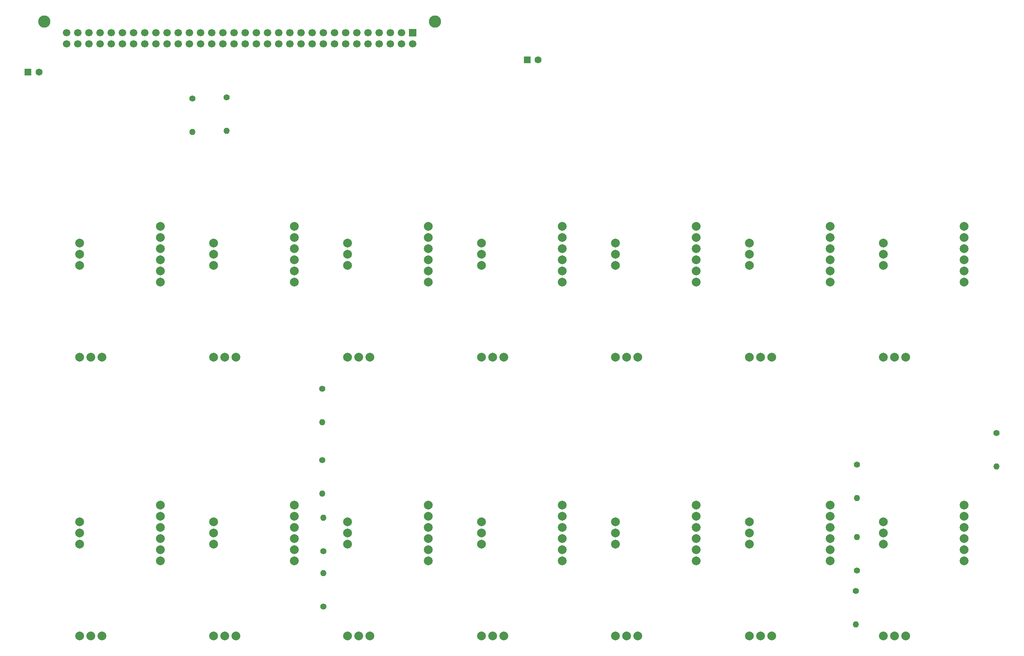
<source format=gbr>
G04 #@! TF.GenerationSoftware,KiCad,Pcbnew,(5.0.0)*
G04 #@! TF.CreationDate,2019-11-09T01:46:13+00:00*
G04 #@! TF.ProjectId,A-FT,412D46542E6B696361645F7063620000,rev?*
G04 #@! TF.SameCoordinates,Original*
G04 #@! TF.FileFunction,Soldermask,Bot*
G04 #@! TF.FilePolarity,Negative*
%FSLAX46Y46*%
G04 Gerber Fmt 4.6, Leading zero omitted, Abs format (unit mm)*
G04 Created by KiCad (PCBNEW (5.0.0)) date 11/09/19 01:46:13*
%MOMM*%
%LPD*%
G01*
G04 APERTURE LIST*
%ADD10C,2.000000*%
%ADD11C,1.400000*%
%ADD12O,1.400000X1.400000*%
%ADD13C,1.600000*%
%ADD14R,1.600000X1.600000*%
%ADD15C,2.800000*%
%ADD16C,1.700000*%
%ADD17R,1.700000X1.700000*%
G04 APERTURE END LIST*
D10*
G04 #@! TO.C,U8*
X225425000Y-78740000D03*
X225425000Y-81280000D03*
X225425000Y-83820000D03*
X243840000Y-74930000D03*
X243840000Y-77470000D03*
X243840000Y-80010000D03*
X243840000Y-82550000D03*
X243840000Y-85090000D03*
X243840000Y-87630000D03*
X230505000Y-104775000D03*
X227965000Y-104775000D03*
X225425000Y-104775000D03*
G04 #@! TD*
G04 #@! TO.C,U1*
X225425000Y-142240000D03*
X225425000Y-144780000D03*
X225425000Y-147320000D03*
X243840000Y-138430000D03*
X243840000Y-140970000D03*
X243840000Y-143510000D03*
X243840000Y-146050000D03*
X243840000Y-148590000D03*
X243840000Y-151130000D03*
X230505000Y-168275000D03*
X227965000Y-168275000D03*
X225425000Y-168275000D03*
G04 #@! TD*
G04 #@! TO.C,U12*
X103505000Y-78740000D03*
X103505000Y-81280000D03*
X103505000Y-83820000D03*
X121920000Y-74930000D03*
X121920000Y-77470000D03*
X121920000Y-80010000D03*
X121920000Y-82550000D03*
X121920000Y-85090000D03*
X121920000Y-87630000D03*
X108585000Y-104775000D03*
X106045000Y-104775000D03*
X103505000Y-104775000D03*
G04 #@! TD*
G04 #@! TO.C,U11*
X133985000Y-78740000D03*
X133985000Y-81280000D03*
X133985000Y-83820000D03*
X152400000Y-74930000D03*
X152400000Y-77470000D03*
X152400000Y-80010000D03*
X152400000Y-82550000D03*
X152400000Y-85090000D03*
X152400000Y-87630000D03*
X139065000Y-104775000D03*
X136525000Y-104775000D03*
X133985000Y-104775000D03*
G04 #@! TD*
G04 #@! TO.C,U14*
X42545000Y-78740000D03*
X42545000Y-81280000D03*
X42545000Y-83820000D03*
X60960000Y-74930000D03*
X60960000Y-77470000D03*
X60960000Y-80010000D03*
X60960000Y-82550000D03*
X60960000Y-85090000D03*
X60960000Y-87630000D03*
X47625000Y-104775000D03*
X45085000Y-104775000D03*
X42545000Y-104775000D03*
G04 #@! TD*
G04 #@! TO.C,U13*
X73025000Y-78740000D03*
X73025000Y-81280000D03*
X73025000Y-83820000D03*
X91440000Y-74930000D03*
X91440000Y-77470000D03*
X91440000Y-80010000D03*
X91440000Y-82550000D03*
X91440000Y-85090000D03*
X91440000Y-87630000D03*
X78105000Y-104775000D03*
X75565000Y-104775000D03*
X73025000Y-104775000D03*
G04 #@! TD*
D11*
G04 #@! TO.C,R3*
X97800000Y-128200000D03*
D12*
X97800000Y-135820000D03*
G04 #@! TD*
D11*
G04 #@! TO.C,R4*
X219200000Y-158000000D03*
D12*
X219200000Y-165620000D03*
G04 #@! TD*
D11*
G04 #@! TO.C,R5*
X219400000Y-129200000D03*
D12*
X219400000Y-136820000D03*
G04 #@! TD*
D11*
G04 #@! TO.C,R6*
X97800000Y-112000000D03*
D12*
X97800000Y-119620000D03*
G04 #@! TD*
D11*
G04 #@! TO.C,R7*
X98000000Y-161600000D03*
D12*
X98000000Y-153980000D03*
G04 #@! TD*
D11*
G04 #@! TO.C,R8*
X98000000Y-149000000D03*
D12*
X98000000Y-141380000D03*
G04 #@! TD*
D11*
G04 #@! TO.C,R9*
X251200000Y-122000000D03*
D12*
X251200000Y-129620000D03*
G04 #@! TD*
D11*
G04 #@! TO.C,R10*
X219400000Y-153400000D03*
D12*
X219400000Y-145780000D03*
G04 #@! TD*
D10*
G04 #@! TO.C,U2*
X194945000Y-142240000D03*
X194945000Y-144780000D03*
X194945000Y-147320000D03*
X213360000Y-138430000D03*
X213360000Y-140970000D03*
X213360000Y-143510000D03*
X213360000Y-146050000D03*
X213360000Y-148590000D03*
X213360000Y-151130000D03*
X200025000Y-168275000D03*
X197485000Y-168275000D03*
X194945000Y-168275000D03*
G04 #@! TD*
G04 #@! TO.C,U3*
X164465000Y-142240000D03*
X164465000Y-144780000D03*
X164465000Y-147320000D03*
X182880000Y-138430000D03*
X182880000Y-140970000D03*
X182880000Y-143510000D03*
X182880000Y-146050000D03*
X182880000Y-148590000D03*
X182880000Y-151130000D03*
X169545000Y-168275000D03*
X167005000Y-168275000D03*
X164465000Y-168275000D03*
G04 #@! TD*
G04 #@! TO.C,U4*
X133985000Y-142240000D03*
X133985000Y-144780000D03*
X133985000Y-147320000D03*
X152400000Y-138430000D03*
X152400000Y-140970000D03*
X152400000Y-143510000D03*
X152400000Y-146050000D03*
X152400000Y-148590000D03*
X152400000Y-151130000D03*
X139065000Y-168275000D03*
X136525000Y-168275000D03*
X133985000Y-168275000D03*
G04 #@! TD*
G04 #@! TO.C,U5*
X103505000Y-142240000D03*
X103505000Y-144780000D03*
X103505000Y-147320000D03*
X121920000Y-138430000D03*
X121920000Y-140970000D03*
X121920000Y-143510000D03*
X121920000Y-146050000D03*
X121920000Y-148590000D03*
X121920000Y-151130000D03*
X108585000Y-168275000D03*
X106045000Y-168275000D03*
X103505000Y-168275000D03*
G04 #@! TD*
G04 #@! TO.C,U6*
X73025000Y-142240000D03*
X73025000Y-144780000D03*
X73025000Y-147320000D03*
X91440000Y-138430000D03*
X91440000Y-140970000D03*
X91440000Y-143510000D03*
X91440000Y-146050000D03*
X91440000Y-148590000D03*
X91440000Y-151130000D03*
X78105000Y-168275000D03*
X75565000Y-168275000D03*
X73025000Y-168275000D03*
G04 #@! TD*
G04 #@! TO.C,U7*
X42545000Y-142240000D03*
X42545000Y-144780000D03*
X42545000Y-147320000D03*
X60960000Y-138430000D03*
X60960000Y-140970000D03*
X60960000Y-143510000D03*
X60960000Y-146050000D03*
X60960000Y-148590000D03*
X60960000Y-151130000D03*
X47625000Y-168275000D03*
X45085000Y-168275000D03*
X42545000Y-168275000D03*
G04 #@! TD*
G04 #@! TO.C,U9*
X194945000Y-78740000D03*
X194945000Y-81280000D03*
X194945000Y-83820000D03*
X213360000Y-74930000D03*
X213360000Y-77470000D03*
X213360000Y-80010000D03*
X213360000Y-82550000D03*
X213360000Y-85090000D03*
X213360000Y-87630000D03*
X200025000Y-104775000D03*
X197485000Y-104775000D03*
X194945000Y-104775000D03*
G04 #@! TD*
G04 #@! TO.C,U10*
X164465000Y-78740000D03*
X164465000Y-81280000D03*
X164465000Y-83820000D03*
X182880000Y-74930000D03*
X182880000Y-77470000D03*
X182880000Y-80010000D03*
X182880000Y-82550000D03*
X182880000Y-85090000D03*
X182880000Y-87630000D03*
X169545000Y-104775000D03*
X167005000Y-104775000D03*
X164465000Y-104775000D03*
G04 #@! TD*
D13*
G04 #@! TO.C,C1*
X146900000Y-37000000D03*
D14*
X144400000Y-37000000D03*
G04 #@! TD*
D13*
G04 #@! TO.C,C2*
X33300000Y-39800000D03*
D14*
X30800000Y-39800000D03*
G04 #@! TD*
D15*
G04 #@! TO.C,J1*
X34525000Y-28321000D03*
X123425000Y-28321000D03*
D16*
X39605000Y-33401000D03*
X39605000Y-30861000D03*
X42145000Y-33401000D03*
X42145000Y-30861000D03*
X44685000Y-33401000D03*
X44685000Y-30861000D03*
X47225000Y-33401000D03*
X47225000Y-30861000D03*
X49765000Y-33401000D03*
X49765000Y-30861000D03*
X52305000Y-33401000D03*
X52305000Y-30861000D03*
X54845000Y-33401000D03*
X54845000Y-30861000D03*
X57385000Y-33401000D03*
X57385000Y-30861000D03*
X59925000Y-33401000D03*
X59925000Y-30861000D03*
X62465000Y-33401000D03*
X62465000Y-30861000D03*
X65005000Y-33401000D03*
X65005000Y-30861000D03*
X67545000Y-33401000D03*
X67545000Y-30861000D03*
X70085000Y-33401000D03*
X70085000Y-30861000D03*
X72625000Y-33401000D03*
X72625000Y-30861000D03*
X75165000Y-33401000D03*
X75165000Y-30861000D03*
X77705000Y-33401000D03*
X77705000Y-30861000D03*
X80245000Y-33401000D03*
X80245000Y-30861000D03*
X82785000Y-33401000D03*
X82785000Y-30861000D03*
X85325000Y-33401000D03*
X85325000Y-30861000D03*
X87865000Y-33401000D03*
X87865000Y-30861000D03*
X90405000Y-33401000D03*
X90405000Y-30861000D03*
X92945000Y-33401000D03*
X92945000Y-30861000D03*
X95485000Y-33401000D03*
X95485000Y-30861000D03*
X98025000Y-33401000D03*
X98025000Y-30861000D03*
X100565000Y-33401000D03*
X100565000Y-30861000D03*
X103105000Y-33401000D03*
X103105000Y-30861000D03*
X105645000Y-33401000D03*
X105645000Y-30861000D03*
X108185000Y-33401000D03*
X108185000Y-30861000D03*
X110725000Y-33401000D03*
X110725000Y-30861000D03*
X113265000Y-33401000D03*
X113265000Y-30861000D03*
X115805000Y-33401000D03*
X115805000Y-30861000D03*
X118345000Y-33401000D03*
D17*
X118345000Y-30861000D03*
G04 #@! TD*
D12*
G04 #@! TO.C,R1*
X68200000Y-53420000D03*
D11*
X68200000Y-45800000D03*
G04 #@! TD*
G04 #@! TO.C,R2*
X76000000Y-45600000D03*
D12*
X76000000Y-53220000D03*
G04 #@! TD*
M02*

</source>
